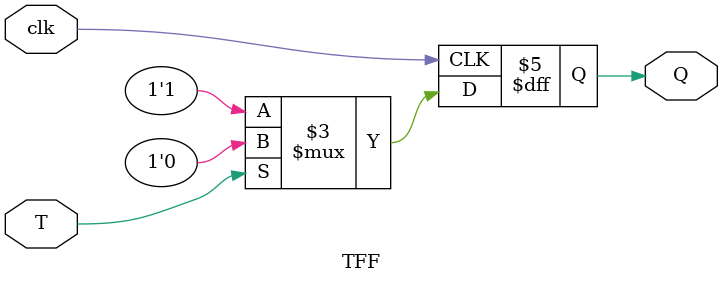
<source format=v>

`timescale 1 ns / 1 ps

module TFF (input T, input clk, output reg Q);
	always @ (posedge clk) begin
		if (T)
			Q = 1'b0; 
		else  
			Q = 1'b1;
		end 
endmodule

</source>
